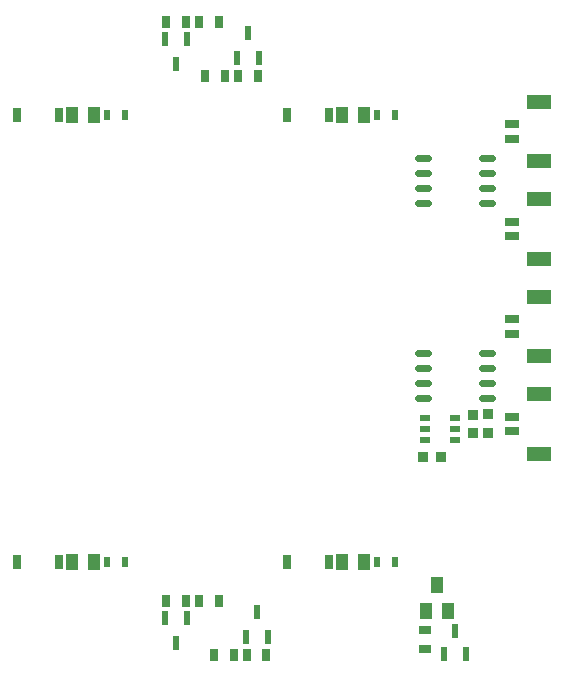
<source format=gbr>
G04 EAGLE Gerber RS-274X export*
G75*
%MOMM*%
%FSLAX34Y34*%
%LPD*%
%INSolderpaste Top*%
%IPPOS*%
%AMOC8*
5,1,8,0,0,1.08239X$1,22.5*%
G01*
G04 Define Apertures*
%ADD10R,1.200000X0.800000*%
%ADD11R,2.150000X1.300000*%
%ADD12R,0.624800X1.223500*%
%ADD13C,0.600000*%
%ADD14R,1.031200X1.420200*%
%ADD15R,0.798700X0.973900*%
%ADD16R,0.660400X1.193800*%
%ADD17R,0.611800X0.911800*%
%ADD18R,0.901700X0.508000*%
%ADD19R,0.970200X0.900000*%
%ADD20R,0.970200X0.932600*%
%ADD21R,0.970200X0.920900*%
%ADD22R,0.920900X0.970200*%
%ADD23R,1.000000X1.400000*%
%ADD24R,0.590000X1.260000*%
%ADD25R,0.973900X0.798700*%
D10*
X490378Y419100D03*
X490378Y431600D03*
D11*
X513328Y400100D03*
X513328Y450600D03*
D10*
X490378Y336550D03*
X490378Y349050D03*
D11*
X513328Y317550D03*
X513328Y368050D03*
D10*
X490378Y254000D03*
X490378Y266500D03*
D11*
X513328Y235000D03*
X513328Y285500D03*
D10*
X490378Y171450D03*
X490378Y183950D03*
D11*
X513328Y152450D03*
X513328Y202950D03*
D12*
X215240Y503400D03*
X196240Y503400D03*
X205740Y482120D03*
X257200Y487200D03*
X276200Y487200D03*
X266700Y508480D03*
X264820Y-3020D03*
X283820Y-3020D03*
X274320Y18260D03*
X215240Y13180D03*
X196240Y13180D03*
X205740Y-8100D03*
D13*
X464960Y364490D02*
X473460Y364490D01*
X473460Y377190D02*
X464960Y377190D01*
X464960Y389890D02*
X473460Y389890D01*
X473460Y402590D02*
X464960Y402590D01*
X418960Y402590D02*
X410460Y402590D01*
X410460Y389890D02*
X418960Y389890D01*
X418960Y377190D02*
X410460Y377190D01*
X410460Y364490D02*
X418960Y364490D01*
X464960Y199390D02*
X473460Y199390D01*
X473460Y212090D02*
X464960Y212090D01*
X464960Y224790D02*
X473460Y224790D01*
X473460Y237490D02*
X464960Y237490D01*
X418960Y237490D02*
X410460Y237490D01*
X410460Y224790D02*
X418960Y224790D01*
X418960Y212090D02*
X410460Y212090D01*
X410460Y199390D02*
X418960Y199390D01*
D14*
X136195Y439420D03*
X117805Y439420D03*
D15*
X225528Y518160D03*
X241832Y518160D03*
X197588Y518160D03*
X213892Y518160D03*
D14*
X364795Y439420D03*
X346405Y439420D03*
D15*
X246912Y472440D03*
X230608Y472440D03*
X274852Y472440D03*
X258548Y472440D03*
D14*
X364795Y60960D03*
X346405Y60960D03*
D15*
X254532Y-17780D03*
X238228Y-17780D03*
X282057Y-17780D03*
X265753Y-17780D03*
D14*
X136195Y60960D03*
X117805Y60960D03*
D15*
X225528Y27940D03*
X241832Y27940D03*
X197588Y27940D03*
X213892Y27940D03*
D16*
X299974Y439420D03*
X335026Y439420D03*
X71374Y439420D03*
X106426Y439420D03*
D17*
X391040Y439420D03*
X376040Y439420D03*
X162440Y439420D03*
X147440Y439420D03*
D16*
X71374Y60960D03*
X106426Y60960D03*
X299974Y60960D03*
X335026Y60960D03*
D17*
X162440Y60476D03*
X147440Y60476D03*
X391040Y60960D03*
X376040Y60960D03*
D18*
X416242Y182882D03*
X416242Y173382D03*
X416242Y163882D03*
X442278Y163882D03*
X442278Y173382D03*
X442278Y182882D03*
D19*
X469900Y185798D03*
D20*
X469900Y170259D03*
D21*
X457200Y170054D03*
X457200Y185546D03*
D22*
X414719Y149860D03*
X430211Y149860D03*
D23*
X426720Y41480D03*
X436220Y19480D03*
X417220Y19480D03*
D24*
X441960Y2180D03*
X432460Y-17420D03*
X451460Y-17420D03*
D25*
X416560Y-13232D03*
X416560Y3072D03*
M02*

</source>
